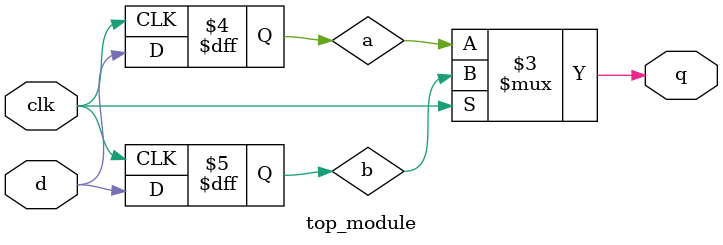
<source format=v>
module top_module (
    input clk,
    input d,
    output q
);
    reg a,b;
    always @(posedge clk)
        b <= d;
    always @(negedge clk)
        a <= d;
    assign q = clk?b:a;
endmodule

</source>
